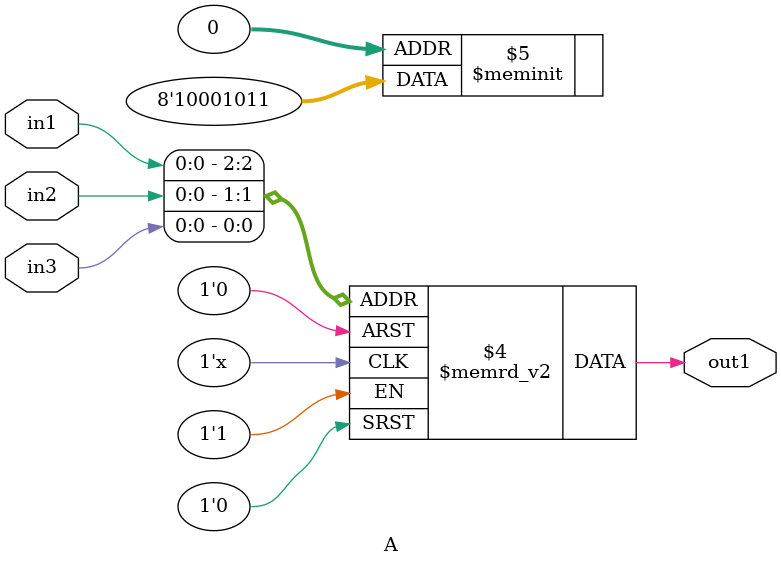
<source format=v>
module A(output out1,  input in1, in2, in3);
  reg r_out;
  assign out = r_out;
  always@(in1,in2,in3)
    begin
      case({in1,in2,in3})
        3'b000: {out1} = 1'b1;
        3'b001: {out1} = 1'b1;
        3'b010: {out1} = 1'b0;
        3'b011: {out1} = 1'b1;
        3'b100: {out1} = 1'b0;
        3'b101: {out1} = 1'b0;
        3'b110: {out1} = 1'b0;
        3'b111: {out1} = 1'b1;
      endcase
    end
endmodule

</source>
